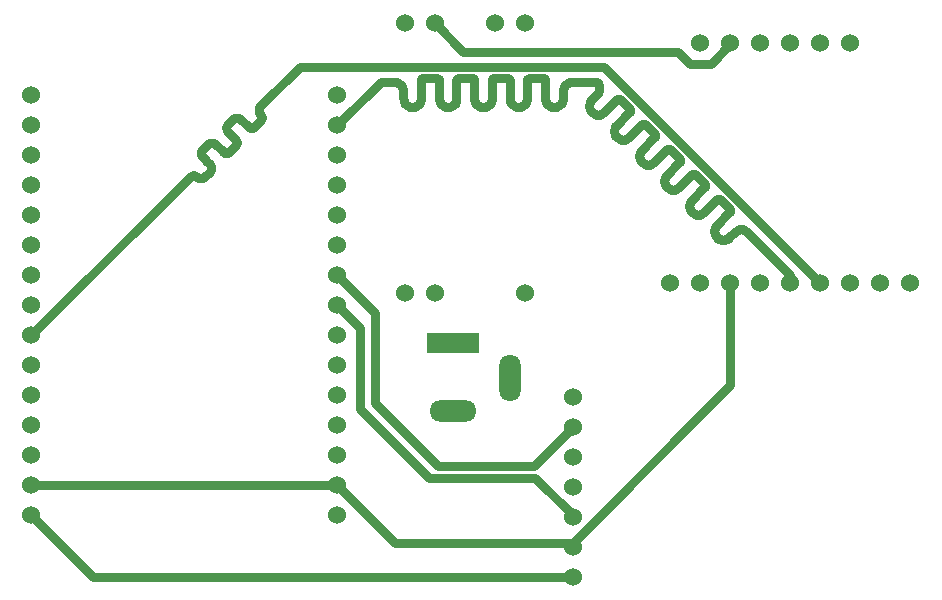
<source format=gbr>
G04 #@! TF.GenerationSoftware,KiCad,Pcbnew,5.1.5-52549c5~86~ubuntu19.04.1*
G04 #@! TF.CreationDate,2020-05-13T19:24:15+10:00*
G04 #@! TF.ProjectId,saab_bluetooth_aux_kit,73616162-5f62-46c7-9565-746f6f74685f,rev?*
G04 #@! TF.SameCoordinates,Original*
G04 #@! TF.FileFunction,Copper,L1,Top*
G04 #@! TF.FilePolarity,Positive*
%FSLAX46Y46*%
G04 Gerber Fmt 4.6, Leading zero omitted, Abs format (unit mm)*
G04 Created by KiCad (PCBNEW 5.1.5-52549c5~86~ubuntu19.04.1) date 2020-05-13 19:24:15*
%MOMM*%
%LPD*%
G04 APERTURE LIST*
%ADD10R,4.400000X1.800000*%
%ADD11O,4.000000X1.800000*%
%ADD12O,1.800000X4.000000*%
%ADD13C,1.524000*%
%ADD14C,0.750000*%
G04 APERTURE END LIST*
D10*
X133350000Y-104140000D03*
D11*
X133350000Y-109940000D03*
D12*
X138150000Y-107140000D03*
D13*
X143510000Y-123952000D03*
X143510000Y-121412000D03*
X143510000Y-118872000D03*
X143510000Y-116332000D03*
X143510000Y-113792000D03*
X143510000Y-111252000D03*
X143510000Y-108712000D03*
X172085000Y-99060000D03*
X169545000Y-99060000D03*
X167005000Y-99060000D03*
X164465000Y-99060000D03*
X161925000Y-99060000D03*
X159385000Y-99060000D03*
X156845000Y-99060000D03*
X151765000Y-99060000D03*
X154305000Y-99060000D03*
X167005000Y-78740000D03*
X164465000Y-78740000D03*
X161925000Y-78740000D03*
X159385000Y-78740000D03*
X156845000Y-78740000D03*
X154305000Y-78740000D03*
X97663000Y-95885000D03*
X123571000Y-118745000D03*
X123571000Y-116205000D03*
X123571000Y-113665000D03*
X123571000Y-111125000D03*
X123571000Y-108585000D03*
X123571000Y-106045000D03*
X123571000Y-103505000D03*
X123571000Y-100965000D03*
X123571000Y-98425000D03*
X123571000Y-95885000D03*
X123571000Y-93345000D03*
X123571000Y-90805000D03*
X123571000Y-88265000D03*
X123571000Y-85725000D03*
X123571000Y-83185000D03*
X97663000Y-118745000D03*
X97663000Y-116205000D03*
X97663000Y-113665000D03*
X97663000Y-111125000D03*
X97663000Y-108585000D03*
X97663000Y-106045000D03*
X97663000Y-103505000D03*
X97663000Y-100965000D03*
X97663000Y-98425000D03*
X97663000Y-93345000D03*
X97663000Y-90805000D03*
X97663000Y-88265000D03*
X97663000Y-85725000D03*
X97663000Y-83185000D03*
X131826000Y-77089000D03*
X129286000Y-77089000D03*
X136906000Y-77089000D03*
X139446000Y-77089000D03*
X129286000Y-99949000D03*
X131826000Y-99949000D03*
X139446000Y-99949000D03*
D14*
X156845000Y-99060000D02*
X156845000Y-107752700D01*
X156845000Y-107752700D02*
X143510000Y-121087700D01*
X143510000Y-121087700D02*
X143510000Y-121412000D01*
X97663000Y-116205000D02*
X123571000Y-116205000D01*
X143510000Y-121087700D02*
X128453700Y-121087700D01*
X128453700Y-121087700D02*
X123571000Y-116205000D01*
X134239000Y-79502000D02*
X152400000Y-79502000D01*
X131826000Y-77089000D02*
X134239000Y-79502000D01*
X152400000Y-79502000D02*
X153416000Y-80518000D01*
X153416000Y-80518000D02*
X155194000Y-80518000D01*
X156845000Y-78867000D02*
X156845000Y-78740000D01*
X155194000Y-80518000D02*
X156845000Y-78867000D01*
X143510000Y-123952000D02*
X102870000Y-123952000D01*
X102870000Y-123952000D02*
X97663000Y-118745000D01*
X143510000Y-118745000D02*
X143510000Y-118872000D01*
X140335000Y-115570000D02*
X143510000Y-118745000D01*
X123571000Y-100965000D02*
X125476000Y-102870000D01*
X125476000Y-109728000D02*
X131318000Y-115570000D01*
X125476000Y-102870000D02*
X125476000Y-109728000D01*
X131318000Y-115570000D02*
X140335000Y-115570000D01*
X140208000Y-114554000D02*
X143510000Y-111252000D01*
X132080000Y-114554000D02*
X140208000Y-114554000D01*
X126746000Y-109220000D02*
X132080000Y-114554000D01*
X123571000Y-98425000D02*
X126746000Y-101600000D01*
X126746000Y-101600000D02*
X126746000Y-109220000D01*
X161925000Y-98425000D02*
X161925000Y-99060000D01*
X158138603Y-94665196D02*
X158269909Y-94769909D01*
X157987288Y-94592327D02*
X158138603Y-94665196D01*
X156149306Y-95430503D02*
X156317253Y-95430503D01*
X156678920Y-93178920D02*
X155702950Y-94154889D01*
X156795673Y-93062166D02*
X156678920Y-93178920D01*
X155735015Y-92001508D02*
X155763922Y-91978454D01*
X154642292Y-93094231D02*
X155735015Y-92001508D01*
X154510986Y-93198944D02*
X154642292Y-93094231D01*
X154359671Y-93271813D02*
X154510986Y-93198944D01*
X154195935Y-93309185D02*
X154359671Y-93271813D01*
X154027988Y-93309185D02*
X154195935Y-93309185D01*
X153864252Y-93271813D02*
X154027988Y-93309185D01*
X157823552Y-94554955D02*
X157987288Y-94592327D01*
X153404050Y-92811610D02*
X153476919Y-92962925D01*
X157655605Y-94554955D02*
X157823552Y-94554955D01*
X153366678Y-92647874D02*
X153404050Y-92811610D01*
X156632304Y-95320262D02*
X156763610Y-95215549D01*
X154557602Y-91057602D02*
X153581632Y-92033571D01*
X156480989Y-95393131D02*
X156632304Y-95320262D01*
X154674355Y-90940848D02*
X154557602Y-91057602D01*
X156317253Y-95430503D02*
X156480989Y-95393131D01*
X154697409Y-90911941D02*
X154674355Y-90940848D01*
X155834256Y-95320262D02*
X155985570Y-95393131D01*
X154721679Y-90805609D02*
X154721678Y-90842581D01*
X155702950Y-95215549D02*
X155834256Y-95320262D01*
X154713450Y-90769561D02*
X154721679Y-90805609D01*
X155598237Y-95084243D02*
X155702950Y-95215549D01*
X154697409Y-90736249D02*
X154713450Y-90769561D01*
X155487996Y-94769192D02*
X155525368Y-94932928D01*
X153847203Y-89880189D02*
X154674356Y-90707342D01*
X155487996Y-94601246D02*
X155487996Y-94769192D01*
X153818296Y-89857136D02*
X153847203Y-89880189D01*
X153748936Y-89832865D02*
X153784983Y-89841093D01*
X153711962Y-89832865D02*
X153748936Y-89832865D01*
X156834769Y-92999947D02*
X156818727Y-93033259D01*
X152520974Y-90972913D02*
X153613697Y-89880190D01*
X156795674Y-92828660D02*
X156818727Y-92857567D01*
X151742934Y-91150495D02*
X151906670Y-91187867D01*
X155968521Y-92001507D02*
X156795674Y-92828660D01*
X151591620Y-91077626D02*
X151742934Y-91150495D01*
X155939614Y-91978454D02*
X155968521Y-92001507D01*
X151460314Y-90972913D02*
X151591620Y-91077626D01*
X155906301Y-91962411D02*
X155939614Y-91978454D01*
X151355601Y-90841607D02*
X151460314Y-90972913D01*
X155797233Y-91962410D02*
X155833280Y-91954183D01*
X151245360Y-90358610D02*
X151245360Y-90526556D01*
X155763922Y-91978454D02*
X155797233Y-91962410D01*
X151282732Y-90194874D02*
X151245360Y-90358610D01*
X151355601Y-90043559D02*
X151282732Y-90194874D01*
X152576091Y-88790623D02*
X152553037Y-88819530D01*
X152600360Y-88721263D02*
X152592133Y-88757311D01*
X152576091Y-88614931D02*
X152592132Y-88648243D01*
X151725885Y-87758871D02*
X152553038Y-88586024D01*
X151696978Y-87735818D02*
X151725885Y-87758871D01*
X151663665Y-87719775D02*
X151696978Y-87735818D01*
X151627618Y-87711547D02*
X151663665Y-87719775D01*
X151590644Y-87711547D02*
X151627618Y-87711547D01*
X151554597Y-87719774D02*
X151590644Y-87711547D01*
X151492379Y-87758872D02*
X151521286Y-87735818D01*
X153712938Y-93198944D02*
X153864252Y-93271813D01*
X150399656Y-88851595D02*
X151492379Y-87758872D01*
X153581632Y-93094231D02*
X153712938Y-93198944D01*
X150268350Y-88956308D02*
X150399656Y-88851595D01*
X149953299Y-89066549D02*
X150117035Y-89029177D01*
X149785352Y-89066549D02*
X149953299Y-89066549D01*
X149234283Y-88720289D02*
X149338996Y-88851595D01*
X149124042Y-88405238D02*
X149161414Y-88568974D01*
X149124042Y-88237292D02*
X149124042Y-88405238D01*
X154713451Y-90878629D02*
X154697409Y-90911941D01*
X149161414Y-88073556D02*
X149124042Y-88237292D01*
X155985570Y-95393131D02*
X156149306Y-95430503D01*
X154721678Y-90842581D02*
X154713451Y-90878629D01*
X149234283Y-87922241D02*
X149161414Y-88073556D01*
X149338996Y-87790935D02*
X149234283Y-87922241D01*
X150314966Y-86814966D02*
X149338996Y-87790935D01*
X150431719Y-86698212D02*
X150314966Y-86814966D01*
X155525368Y-94932928D02*
X155598237Y-95084243D01*
X154674356Y-90707342D02*
X154697409Y-90736249D01*
X150454773Y-86669305D02*
X150431719Y-86698212D01*
X150470815Y-86635993D02*
X150454773Y-86669305D01*
X150479042Y-86599945D02*
X150470815Y-86635993D01*
X150479043Y-86562973D02*
X150479042Y-86599945D01*
X150470814Y-86526925D02*
X150479043Y-86562973D01*
X155702950Y-94154889D02*
X155598237Y-94286195D01*
X150454773Y-86493613D02*
X150470814Y-86526925D01*
X153675915Y-89841092D02*
X153711962Y-89832865D01*
X150431720Y-86464706D02*
X150454773Y-86493613D01*
X153642604Y-89857136D02*
X153675915Y-89841092D01*
X149604567Y-85637553D02*
X150431720Y-86464706D01*
X153613697Y-89880190D02*
X153642604Y-89857136D01*
X149575660Y-85614500D02*
X149604567Y-85637553D01*
X149542347Y-85598457D02*
X149575660Y-85614500D01*
X156842996Y-92963899D02*
X156834769Y-92999947D01*
X152389668Y-91077626D02*
X152520974Y-90972913D01*
X149506300Y-85590229D02*
X149542347Y-85598457D01*
X156842997Y-92926927D02*
X156842996Y-92963899D01*
X152238353Y-91150495D02*
X152389668Y-91077626D01*
X149469326Y-85590229D02*
X149506300Y-85590229D01*
X156834768Y-92890879D02*
X156842997Y-92926927D01*
X152074617Y-91187867D02*
X152238353Y-91150495D01*
X149433279Y-85598456D02*
X149469326Y-85590229D01*
X156818727Y-92857567D02*
X156834768Y-92890879D01*
X151906670Y-91187867D02*
X152074617Y-91187867D01*
X149399968Y-85614500D02*
X149433279Y-85598456D01*
X149371061Y-85637554D02*
X149399968Y-85614500D01*
X148278338Y-86730277D02*
X149371061Y-85637554D01*
X148147032Y-86834990D02*
X148278338Y-86730277D01*
X147995717Y-86907859D02*
X148147032Y-86834990D01*
X155833280Y-91954183D02*
X155870254Y-91954183D01*
X151245360Y-90526556D02*
X151282732Y-90690292D01*
X147664034Y-86945231D02*
X147831981Y-86945231D01*
X147040096Y-86447656D02*
X147112965Y-86598971D01*
X147002724Y-86283920D02*
X147040096Y-86447656D01*
X147002724Y-86115974D02*
X147002724Y-86283920D01*
X147040096Y-85952238D02*
X147002724Y-86115974D01*
X136755935Y-81765284D02*
X136787114Y-81761771D01*
X136726320Y-81775647D02*
X136755935Y-81765284D01*
X158269909Y-94769909D02*
X161925000Y-98425000D01*
X132116431Y-81814526D02*
X132133124Y-81841092D01*
X129429382Y-84008602D02*
X129571587Y-84097955D01*
X136063890Y-84153424D02*
X136222412Y-84097955D01*
X135897000Y-84172229D02*
X136063890Y-84153424D01*
X135310626Y-83889846D02*
X135429382Y-84008602D01*
X135221273Y-83747641D02*
X135310626Y-83889846D01*
X135165804Y-83589119D02*
X135221273Y-83747641D01*
X132143487Y-81870707D02*
X132147000Y-81901885D01*
X151460314Y-89912253D02*
X151355601Y-90043559D01*
X135147000Y-81901885D02*
X135147000Y-83422229D01*
X135143487Y-81870707D02*
X135147000Y-81901885D01*
X135133124Y-81841092D02*
X135143487Y-81870707D01*
X135067679Y-81775647D02*
X135094245Y-81792340D01*
X149161414Y-88568974D02*
X149234283Y-88720289D01*
X135006886Y-81761771D02*
X135038064Y-81765284D01*
X133726320Y-81775647D02*
X133755935Y-81765284D01*
X133699754Y-81792340D02*
X133726320Y-81775647D01*
X132221273Y-83747641D02*
X132310626Y-83889846D01*
X133628195Y-83589119D02*
X133647000Y-83422229D01*
X133572726Y-83747641D02*
X133628195Y-83589119D01*
X133483373Y-83889846D02*
X133572726Y-83747641D01*
X133364617Y-84008602D02*
X133483373Y-83889846D01*
X133222412Y-84097955D02*
X133364617Y-84008602D01*
X139660875Y-81841092D02*
X139677568Y-81814526D01*
X133063890Y-84153424D02*
X133222412Y-84097955D01*
X135116431Y-81814526D02*
X135133124Y-81841092D01*
X132897000Y-84172229D02*
X133063890Y-84153424D01*
X156763610Y-95215549D02*
X157209249Y-94769909D01*
X153581632Y-92033571D02*
X153476919Y-92164877D01*
X148333455Y-84547987D02*
X148310401Y-84576894D01*
X132165804Y-83589119D02*
X132221273Y-83747641D01*
X136677568Y-81814526D02*
X136699754Y-81792340D01*
X130364617Y-84008602D02*
X130483373Y-83889846D01*
X130650512Y-81870707D02*
X130660875Y-81841092D01*
X129730109Y-84153424D02*
X129897000Y-84172229D01*
X128983373Y-82324382D02*
X129072726Y-82466587D01*
X142647000Y-83422229D02*
X142647000Y-82792000D01*
X147454342Y-83493182D02*
X147483249Y-83516235D01*
X129897000Y-84172229D02*
X130063890Y-84153424D01*
X130755935Y-81765284D02*
X130787114Y-81761771D01*
X138147000Y-81901885D02*
X138147000Y-83422229D01*
X132310626Y-83889846D02*
X132429382Y-84008602D01*
X145378980Y-84786541D02*
X145542716Y-84823913D01*
X127254000Y-82042000D02*
X128397000Y-82042000D01*
X128722412Y-82116273D02*
X128864617Y-82205626D01*
X148193648Y-84693648D02*
X147217678Y-85669617D01*
X157209249Y-94769909D02*
X157340555Y-94665196D01*
X153476919Y-92164877D02*
X153404050Y-92316192D01*
X149338996Y-88851595D02*
X149470302Y-88956308D01*
X138006886Y-81761771D02*
X138038064Y-81765284D01*
X133660875Y-81841092D02*
X133677568Y-81814526D01*
X128563890Y-82060804D02*
X128722412Y-82116273D01*
X155870254Y-91954183D02*
X155906301Y-91962411D01*
X151282732Y-90690292D02*
X151355601Y-90841607D01*
X147831981Y-86945231D02*
X147995717Y-86907859D01*
X130660875Y-81841092D02*
X130677568Y-81814526D01*
X129165804Y-83589119D02*
X129221273Y-83747641D01*
X152553038Y-88586024D02*
X152576091Y-88614931D01*
X130628195Y-83589119D02*
X130647000Y-83422229D01*
X147217678Y-86730277D02*
X147348984Y-86834990D01*
X133647000Y-81901885D02*
X133650512Y-81870707D01*
X128864617Y-82205626D02*
X128983373Y-82324382D01*
X129310626Y-83889846D02*
X129429382Y-84008602D01*
X135147000Y-83422229D02*
X135165804Y-83589119D01*
X152600361Y-88684291D02*
X152600360Y-88721263D01*
X129128195Y-82625109D02*
X129147000Y-82792000D01*
X152592132Y-88648243D02*
X152600361Y-88684291D01*
X129221273Y-83747641D02*
X129310626Y-83889846D01*
X152436284Y-88936284D02*
X151460314Y-89912253D01*
X148349496Y-84405607D02*
X148357725Y-84441655D01*
X130572726Y-83747641D02*
X130628195Y-83589119D01*
X130726320Y-81775647D02*
X130755935Y-81765284D01*
X145542000Y-82042000D02*
X145646713Y-82173306D01*
X132571587Y-84097955D02*
X132730109Y-84153424D01*
X133787114Y-81761771D02*
X135006886Y-81761771D01*
X147500298Y-86907859D02*
X147664034Y-86945231D01*
X130483373Y-83889846D02*
X130572726Y-83747641D01*
X132133124Y-81841092D02*
X132143487Y-81870707D01*
X133677568Y-81814526D02*
X133699754Y-81792340D01*
X136787114Y-81761771D02*
X138006886Y-81761771D01*
X133755935Y-81765284D02*
X133787114Y-81761771D01*
X132094245Y-81792340D02*
X132116431Y-81814526D01*
X148357725Y-84441655D02*
X148357724Y-84478627D01*
X139755935Y-81765284D02*
X139787114Y-81761771D01*
X129072726Y-82466587D02*
X129128195Y-82625109D01*
X136650512Y-81870707D02*
X136660875Y-81841092D01*
X141571587Y-84097955D02*
X141730109Y-84153424D01*
X145874399Y-84786541D02*
X146025714Y-84713672D01*
X141147000Y-81901885D02*
X141147000Y-83422229D01*
X145096360Y-83548299D02*
X144991647Y-83679605D01*
X136364617Y-84008602D02*
X136483373Y-83889846D01*
X129147000Y-83422229D02*
X129165804Y-83589119D01*
X139364617Y-84008602D02*
X139483373Y-83889846D01*
X142628195Y-83589119D02*
X142647000Y-83422229D01*
X147112965Y-86598971D02*
X147217678Y-86730277D01*
X133647000Y-83422229D02*
X133647000Y-81901885D01*
X139787114Y-81761771D02*
X141006886Y-81761771D01*
X151521286Y-87735818D02*
X151554597Y-87719774D01*
X130222412Y-84097955D02*
X130364617Y-84008602D01*
X157491869Y-94592327D02*
X157655605Y-94554955D01*
X153366678Y-92479928D02*
X153366678Y-92647874D01*
X149621616Y-89029177D02*
X149785352Y-89066549D01*
X138067679Y-81775647D02*
X138094245Y-81792340D01*
X130647000Y-83422229D02*
X130647000Y-81901885D01*
X147217678Y-85669617D02*
X147112965Y-85800923D01*
X147421029Y-83477139D02*
X147454342Y-83493182D01*
X130647000Y-81901885D02*
X130650512Y-81870707D01*
X139650512Y-81870707D02*
X139660875Y-81841092D01*
X147348984Y-86834990D02*
X147500298Y-86907859D01*
X133650512Y-81870707D02*
X133660875Y-81841092D01*
X141310626Y-83889846D02*
X141429382Y-84008602D01*
X130699754Y-81792340D02*
X130726320Y-81775647D01*
X135094245Y-81792340D02*
X135116431Y-81814526D01*
X132006886Y-81761771D02*
X132038064Y-81765284D01*
X142364617Y-84008602D02*
X142483373Y-83889846D01*
X132067679Y-81775647D02*
X132094245Y-81792340D01*
X147311961Y-83477138D02*
X147348008Y-83468911D01*
X157340555Y-94665196D02*
X157491869Y-94592327D01*
X153404050Y-92316192D02*
X153366678Y-92479928D01*
X149470302Y-88956308D02*
X149621616Y-89029177D01*
X138038064Y-81765284D02*
X138067679Y-81775647D01*
X136699754Y-81792340D02*
X136726320Y-81775647D01*
X132038064Y-81765284D02*
X132067679Y-81775647D01*
X153476919Y-92962925D02*
X153581632Y-93094231D01*
X150117035Y-89029177D02*
X150268350Y-88956308D01*
X128397000Y-82042000D02*
X128563890Y-82060804D01*
X155598237Y-94286195D02*
X155525368Y-94437510D01*
X130063890Y-84153424D02*
X130222412Y-84097955D01*
X130787114Y-81761771D02*
X132006886Y-81761771D01*
X138897000Y-84172229D02*
X139063890Y-84153424D01*
X132147000Y-81901885D02*
X132147000Y-83422229D01*
X129571587Y-84097955D02*
X129730109Y-84153424D01*
X141897000Y-84172229D02*
X142063890Y-84153424D01*
X146157020Y-84608959D02*
X147249743Y-83516236D01*
X135038064Y-81765284D02*
X135067679Y-81775647D01*
X132730109Y-84153424D02*
X132897000Y-84172229D01*
X152553037Y-88819530D02*
X152436284Y-88936284D01*
X148333455Y-84372295D02*
X148349496Y-84405607D01*
X138094245Y-81792340D02*
X138116431Y-81814526D01*
X138116431Y-81814526D02*
X138133124Y-81841092D01*
X144991647Y-84477653D02*
X145096360Y-84608959D01*
X138133124Y-81841092D02*
X138143487Y-81870707D01*
X145096360Y-84608959D02*
X145227666Y-84713672D01*
X138143487Y-81870707D02*
X138147000Y-81901885D01*
X145227666Y-84713672D02*
X145378980Y-84786541D01*
X138147000Y-83422229D02*
X138165804Y-83589119D01*
X138165804Y-83589119D02*
X138221273Y-83747641D01*
X138221273Y-83747641D02*
X138310626Y-83889846D01*
X156818727Y-93033259D02*
X156795673Y-93062166D01*
X138310626Y-83889846D02*
X138429382Y-84008602D01*
X130677568Y-81814526D02*
X130699754Y-81792340D01*
X138429382Y-84008602D02*
X138571587Y-84097955D01*
X138571587Y-84097955D02*
X138730109Y-84153424D01*
X138730109Y-84153424D02*
X138897000Y-84172229D01*
X155525368Y-94437510D02*
X155487996Y-94601246D01*
X153784983Y-89841093D02*
X153818296Y-89857136D01*
X139063890Y-84153424D02*
X139222412Y-84097955D01*
X132429382Y-84008602D02*
X132571587Y-84097955D01*
X139222412Y-84097955D02*
X139364617Y-84008602D01*
X142572726Y-83747641D02*
X142628195Y-83589119D01*
X139483373Y-83889846D02*
X139572726Y-83747641D01*
X139572726Y-83747641D02*
X139628195Y-83589119D01*
X139628195Y-83589119D02*
X139647000Y-83422229D01*
X139647000Y-83422229D02*
X139647000Y-81901885D01*
X142721273Y-82466587D02*
X142810626Y-82324382D01*
X139647000Y-81901885D02*
X139650512Y-81870707D01*
X139677568Y-81814526D02*
X139699754Y-81792340D01*
X148349497Y-84514675D02*
X148333455Y-84547987D01*
X139699754Y-81792340D02*
X139726320Y-81775647D01*
X139726320Y-81775647D02*
X139755935Y-81765284D01*
X141006886Y-81761771D02*
X141038064Y-81765284D01*
X141038064Y-81765284D02*
X141067679Y-81775647D01*
X141067679Y-81775647D02*
X141094245Y-81792340D01*
X141094245Y-81792340D02*
X141116431Y-81814526D01*
X144918778Y-83830919D02*
X144881406Y-83994655D01*
X145646713Y-82971354D02*
X145542000Y-83102660D01*
X141133124Y-81841092D02*
X141143487Y-81870707D01*
X136483373Y-83889846D02*
X136572726Y-83747641D01*
X141147000Y-83422229D02*
X141165804Y-83589119D01*
X136572726Y-83747641D02*
X136628195Y-83589119D01*
X141165804Y-83589119D02*
X141221273Y-83747641D01*
X136628195Y-83589119D02*
X136647000Y-83422229D01*
X141221273Y-83747641D02*
X141310626Y-83889846D01*
X145710663Y-84823913D02*
X145874399Y-84786541D01*
X129147000Y-82792000D02*
X129147000Y-83422229D01*
X136660875Y-81841092D02*
X136677568Y-81814526D01*
X141730109Y-84153424D02*
X141897000Y-84172229D01*
X146025714Y-84713672D02*
X146157020Y-84608959D01*
X142063890Y-84153424D02*
X142222412Y-84097955D01*
X142222412Y-84097955D02*
X142364617Y-84008602D01*
X123571000Y-85725000D02*
X127254000Y-82042000D01*
X147278650Y-83493182D02*
X147311961Y-83477138D01*
X142483373Y-83889846D02*
X142572726Y-83747641D01*
X147348008Y-83468911D02*
X147384982Y-83468911D01*
X142647000Y-82792000D02*
X142665804Y-82625109D01*
X147483249Y-83516235D02*
X148310402Y-84343388D01*
X132147000Y-83422229D02*
X132165804Y-83589119D01*
X142665804Y-82625109D02*
X142721273Y-82466587D01*
X148310402Y-84343388D02*
X148333455Y-84372295D01*
X147384982Y-83468911D02*
X147421029Y-83477139D01*
X142810626Y-82324382D02*
X142929382Y-82205626D01*
X144881406Y-83994655D02*
X144881406Y-84162602D01*
X142929382Y-82205626D02*
X143071587Y-82116273D01*
X136647000Y-83422229D02*
X136647000Y-81901885D01*
X144881406Y-84162602D02*
X144918778Y-84326338D01*
X143071587Y-82116273D02*
X143230109Y-82060804D01*
X136647000Y-81901885D02*
X136650512Y-81870707D01*
X141429382Y-84008602D02*
X141571587Y-84097955D01*
X144918778Y-84326338D02*
X144991647Y-84477653D01*
X152592133Y-88757311D02*
X152576091Y-88790623D01*
X143230109Y-82060804D02*
X143397000Y-82042000D01*
X143397000Y-82042000D02*
X145542000Y-82042000D01*
X145646713Y-82173306D02*
X145719582Y-82324620D01*
X135429382Y-84008602D02*
X135571587Y-84097955D01*
X145719582Y-82324620D02*
X145756954Y-82488356D01*
X135571587Y-84097955D02*
X135730109Y-84153424D01*
X145756954Y-82488356D02*
X145756954Y-82656303D01*
X135730109Y-84153424D02*
X135897000Y-84172229D01*
X145756954Y-82656303D02*
X145719582Y-82820039D01*
X141116431Y-81814526D02*
X141133124Y-81841092D01*
X145719582Y-82820039D02*
X145646713Y-82971354D01*
X136222412Y-84097955D02*
X136364617Y-84008602D01*
X141143487Y-81870707D02*
X141147000Y-81901885D01*
X145542000Y-83102660D02*
X145096360Y-83548299D01*
X144991647Y-83679605D02*
X144918778Y-83830919D01*
X145542716Y-84823913D02*
X145710663Y-84823913D01*
X147249743Y-83516236D02*
X147278650Y-83493182D01*
X148357724Y-84478627D02*
X148349497Y-84514675D01*
X148310401Y-84576894D02*
X148193648Y-84693648D01*
X147112965Y-85800923D02*
X147040096Y-85952238D01*
X163703001Y-98298001D02*
X164465000Y-99060000D01*
X114304084Y-88047010D02*
X114392871Y-88004252D01*
X112038402Y-88119197D02*
X112038402Y-88020651D01*
X114109463Y-88068938D02*
X114208009Y-88068938D01*
X114181650Y-85803256D02*
X114224407Y-85714470D01*
X113924600Y-88004252D02*
X114013387Y-88047010D01*
X113847554Y-87942810D02*
X113924600Y-88004252D01*
X112963283Y-87194317D02*
X113059357Y-87216246D01*
X112864735Y-87194318D02*
X112963283Y-87194317D01*
X112768661Y-87216245D02*
X112864735Y-87194318D01*
X112602826Y-87320447D02*
X112679873Y-87259004D01*
X116425403Y-85925691D02*
X116514190Y-85882933D01*
X112103088Y-87835789D02*
X112164531Y-87758741D01*
X112060331Y-87924575D02*
X112103088Y-87835789D01*
X112038402Y-88020651D02*
X112060331Y-87924575D01*
X117090975Y-85306148D02*
X117133733Y-85217361D01*
X117090975Y-84837877D02*
X116968089Y-84683783D01*
X112103089Y-88304059D02*
X112060330Y-88215273D01*
X112164531Y-88381105D02*
X112103089Y-88304059D01*
X112475713Y-88692287D02*
X112164531Y-88381105D01*
X112433340Y-88734656D02*
X112475713Y-88692287D01*
X112164531Y-87758741D02*
X112602826Y-87320447D01*
X117155661Y-85121286D02*
X117155661Y-85022739D01*
X111421955Y-89980371D02*
X111518030Y-90002299D01*
X117029532Y-84138465D02*
X120396000Y-80772000D01*
X113148145Y-87259003D02*
X113225192Y-87320446D01*
X111518030Y-90002299D02*
X111606817Y-90045057D01*
X111760910Y-90167942D02*
X111849697Y-90210700D01*
X114889980Y-85094926D02*
X114986054Y-85072999D01*
X114013387Y-88047010D02*
X114109463Y-88068938D01*
X115269464Y-85137684D02*
X115346511Y-85199127D01*
X112870652Y-89307748D02*
X112848724Y-89211673D01*
X111323409Y-89980371D02*
X111421955Y-89980371D01*
X116045919Y-85882933D02*
X116134706Y-85925691D01*
X111138546Y-90045057D02*
X111227333Y-90002299D01*
X114469918Y-87942810D02*
X114908213Y-87504514D01*
X115012414Y-87338680D02*
X115034342Y-87242605D01*
X111849697Y-90210700D02*
X111945773Y-90232628D01*
X111945773Y-90232628D02*
X112044319Y-90232628D01*
X111227333Y-90002299D02*
X111323409Y-89980371D01*
X112744523Y-89668204D02*
X112805966Y-89591157D01*
X112744523Y-89045839D02*
X112433340Y-88734656D01*
X97663000Y-103505000D02*
X111061500Y-90106500D01*
X112229181Y-90167942D02*
X112306228Y-90106500D01*
X111061500Y-90106500D02*
X111138546Y-90045057D01*
X116968089Y-84683783D02*
X116925331Y-84594996D01*
X112044319Y-90232628D02*
X112140394Y-90210700D01*
X114801192Y-85137685D02*
X114889980Y-85094926D01*
X112848724Y-89502370D02*
X112870652Y-89406295D01*
X112805966Y-89122886D02*
X112744523Y-89045839D01*
X116591237Y-85821491D02*
X117029532Y-85383195D01*
X112870652Y-89406295D02*
X112870652Y-89307748D01*
X114181649Y-86093954D02*
X114159721Y-85997878D01*
X114392871Y-88004252D02*
X114469918Y-87942810D01*
X114908213Y-87504514D02*
X114969656Y-87427467D01*
X113225192Y-87320446D02*
X113847554Y-87942810D01*
X114159721Y-85997878D02*
X114159721Y-85899332D01*
X114285850Y-85637422D02*
X114724145Y-85199128D01*
X114969656Y-87427467D02*
X115012414Y-87338680D01*
X113059357Y-87216246D02*
X113148145Y-87259003D01*
X115034342Y-87242605D02*
X115034342Y-87144058D01*
X115012414Y-87047983D02*
X114969656Y-86959196D01*
X114969656Y-86959196D02*
X114908213Y-86882149D01*
X115034342Y-87144058D02*
X115012414Y-87047983D01*
X114908213Y-86882149D02*
X114285850Y-86259786D01*
X116329328Y-85947619D02*
X116425403Y-85925691D01*
X115346511Y-85199127D02*
X115968873Y-85821491D01*
X114285850Y-86259786D02*
X114224408Y-86182740D01*
X114224408Y-86182740D02*
X114181649Y-86093954D01*
X114159721Y-85899332D02*
X114181650Y-85803256D01*
X112306228Y-90106500D02*
X112744523Y-89668204D01*
X114224407Y-85714470D02*
X114285850Y-85637422D01*
X116925331Y-84304299D02*
X116968089Y-84215512D01*
X116903403Y-84400374D02*
X116925331Y-84304299D01*
X146177000Y-80772000D02*
X163703001Y-98298001D01*
X112805966Y-89591157D02*
X112848724Y-89502370D01*
X114724145Y-85199128D02*
X114801192Y-85137685D01*
X114986054Y-85072999D02*
X115084602Y-85072998D01*
X115084602Y-85072998D02*
X115180676Y-85094927D01*
X112060330Y-88215273D02*
X112038402Y-88119197D01*
X112848724Y-89211673D02*
X112805966Y-89122886D01*
X117155661Y-85022739D02*
X117133733Y-84926664D01*
X120396000Y-80772000D02*
X146177000Y-80772000D01*
X115180676Y-85094927D02*
X115269464Y-85137684D01*
X115968873Y-85821491D02*
X116045919Y-85882933D01*
X111606817Y-90045057D02*
X111760910Y-90167942D01*
X112140394Y-90210700D02*
X112229181Y-90167942D01*
X116134706Y-85925691D02*
X116230782Y-85947619D01*
X116514190Y-85882933D02*
X116591237Y-85821491D01*
X116968089Y-84215512D02*
X117029532Y-84138465D01*
X116230782Y-85947619D02*
X116329328Y-85947619D01*
X117029532Y-85383195D02*
X117090975Y-85306148D01*
X114208009Y-88068938D02*
X114304084Y-88047010D01*
X117133733Y-85217361D02*
X117155661Y-85121286D01*
X117133733Y-84926664D02*
X117090975Y-84837877D01*
X116925331Y-84594996D02*
X116903403Y-84498920D01*
X112679873Y-87259004D02*
X112768661Y-87216245D01*
X116903403Y-84498920D02*
X116903403Y-84400374D01*
M02*

</source>
